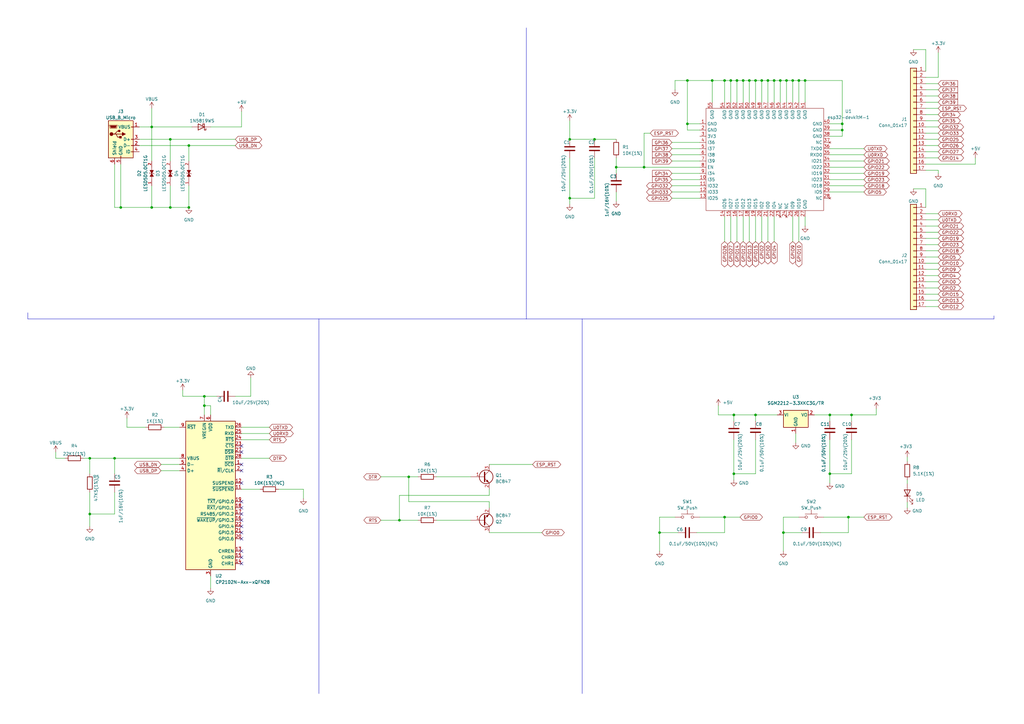
<source format=kicad_sch>
(kicad_sch (version 20230121) (generator eeschema)
  (paper "A3")
  (lib_symbols
    (symbol "Connector:USB_B_Micro" (pin_names (offset 1.016))
      (property "Reference" "J" (at -5.08 11.43 0))
      (property "Value" "USB_B_Micro" (at -5.08 8.89 0))
      (symbol "USB_B_Micro_1_1"
        (pin power_out line (at 7.62 5.08 180) (length 2.54) (name "VBUS") (number "1"))
        (pin bidirectional line (at 7.62 -2.54 180) (length 2.54) (name "D-") (number "2"))
        (pin bidirectional line (at 7.62 0 180) (length 2.54) (name "D+") (number "3"))
        (pin passive line (at 7.62 -5.08 180) (length 2.54) (name "ID") (number "4"))
        (pin power_out line (at 0 -10.16 90) (length 2.54) (name "GND") (number "5"))
        (pin passive line (at -2.54 -10.16 90) (length 2.54) (name "Shield") (number "6"))
      )
    )
    (symbol "Connector_Generic:Conn_01x17" (pin_names (offset 1.016) hide)
      (property "Reference" "J" (at 0 22.86 0))
      (property "Value" "Conn_01x17" (at 0 -22.86 0))
      (symbol "Conn_01x17_1_1"
        (pin passive line (at -5.08 20.32 0) (length 3.81) (name "Pin_1") (number "1"))
        (pin passive line (at -5.08 -2.54 0) (length 3.81) (name "Pin_10") (number "10"))
        (pin passive line (at -5.08 -5.08 0) (length 3.81) (name "Pin_11") (number "11"))
        (pin passive line (at -5.08 -7.62 0) (length 3.81) (name "Pin_12") (number "12"))
        (pin passive line (at -5.08 -10.16 0) (length 3.81) (name "Pin_13") (number "13"))
        (pin passive line (at -5.08 -12.7 0) (length 3.81) (name "Pin_14") (number "14"))
        (pin passive line (at -5.08 -15.24 0) (length 3.81) (name "Pin_15") (number "15"))
        (pin passive line (at -5.08 -17.78 0) (length 3.81) (name "Pin_16") (number "16"))
        (pin passive line (at -5.08 -20.32 0) (length 3.81) (name "Pin_17") (number "17"))
        (pin passive line (at -5.08 17.78 0) (length 3.81) (name "Pin_2") (number "2"))
        (pin passive line (at -5.08 15.24 0) (length 3.81) (name "Pin_3") (number "3"))
        (pin passive line (at -5.08 12.7 0) (length 3.81) (name "Pin_4") (number "4"))
        (pin passive line (at -5.08 10.16 0) (length 3.81) (name "Pin_5") (number "5"))
        (pin passive line (at -5.08 7.62 0) (length 3.81) (name "Pin_6") (number "6"))
        (pin passive line (at -5.08 5.08 0) (length 3.81) (name "Pin_7") (number "7"))
        (pin passive line (at -5.08 2.54 0) (length 3.81) (name "Pin_8") (number "8"))
        (pin passive line (at -5.08 0 0) (length 3.81) (name "Pin_9") (number "9"))
      )
    )
    (symbol "Device:C" (pin_numbers hide) (pin_names (offset 0.254))
      (property "Reference" "C" (at 0.635 2.54 0))
      (property "Value" "C" (at 0.635 -2.54 0))
      (symbol "C_1_1"
        (pin passive line (at 0 3.81 270) (length 2.794) (name "~") (number "1"))
        (pin passive line (at 0 -3.81 90) (length 2.794) (name "~") (number "2"))
      )
    )
    (symbol "Device:LED" (pin_numbers hide) (pin_names (offset 1.016) hide)
      (property "Reference" "D" (at 0 2.54 0))
      (property "Value" "LED" (at 0 -2.54 0))
      (symbol "LED_1_1"
        (pin passive line (at -3.81 0 0) (length 2.54) (name "K") (number "1"))
        (pin passive line (at 3.81 0 180) (length 2.54) (name "A") (number "2"))
      )
    )
    (symbol "Device:R" (pin_numbers hide) (pin_names (offset 0))
      (property "Reference" "R" (at 2.032 0 90))
      (property "Value" "R" (at 0 0 90))
      (symbol "R_1_1"
        (pin passive line (at 0 3.81 270) (length 1.27) (name "~") (number "1"))
        (pin passive line (at 0 -3.81 90) (length 1.27) (name "~") (number "2"))
      )
    )
    (symbol "Diode:1N5819WS" (pin_numbers hide) (pin_names (offset 1.016) hide)
      (property "Reference" "D" (at 0 2.54 0))
      (property "Value" "1N5819WS" (at 0 -2.54 0))
      (symbol "1N5819WS_1_1"
        (pin passive line (at -3.81 0 0) (length 2.54) (name "K") (number "1"))
        (pin passive line (at 3.81 0 180) (length 2.54) (name "A") (number "2"))
      )
    )
    (symbol "Esp32_devkitm_1:esp32-devkitM-1"
      (property "Reference" "U1" (at 0 1.016 0))
      (property "Value" "esp32-devkitM-1" (at 0 -1.524 0))
      (symbol "esp32-devkitM-1_1_1"
        (pin output line (at -26.67 15.24 0) (length 2.54) (name "GND") (number "1"))
        (pin input line (at -26.67 -7.62 0) (length 2.54) (name "I35") (number "10"))
        (pin bidirectional line (at -26.67 -10.16 0) (length 2.54) (name "IO32") (number "11"))
        (pin bidirectional line (at -26.67 -12.7 0) (length 2.54) (name "IO33") (number "12"))
        (pin bidirectional line (at -26.67 -15.24 0) (length 2.54) (name "IO25") (number "13"))
        (pin bidirectional line (at -16.51 -22.86 90) (length 2.54) (name "IO26") (number "14"))
        (pin bidirectional line (at -13.97 -22.86 90) (length 2.54) (name "IO27") (number "15"))
        (pin bidirectional line (at -11.43 -22.86 90) (length 2.54) (name "IO14") (number "16"))
        (pin bidirectional line (at -8.89 -22.86 90) (length 2.54) (name "IO12") (number "17"))
        (pin bidirectional line (at -6.35 -22.86 90) (length 2.54) (name "IO13") (number "18"))
        (pin bidirectional line (at -3.81 -22.86 90) (length 2.54) (name "IO15") (number "19"))
        (pin output line (at -26.67 12.7 0) (length 2.54) (name "GND") (number "2"))
        (pin bidirectional line (at -1.27 -22.86 90) (length 2.54) (name "IO2") (number "20"))
        (pin bidirectional line (at 1.27 -22.86 90) (length 2.54) (name "IO0") (number "21"))
        (pin bidirectional line (at 3.81 -22.86 90) (length 2.54) (name "IO4") (number "22"))
        (pin no_connect line (at 6.35 -22.86 90) (length 2.54) (name "NC") (number "23"))
        (pin no_connect line (at 8.89 -22.86 90) (length 2.54) (name "NC") (number "24"))
        (pin bidirectional line (at 11.43 -22.86 90) (length 2.54) (name "IO9") (number "25"))
        (pin bidirectional line (at 13.97 -22.86 90) (length 2.54) (name "IO10") (number "26"))
        (pin output line (at 16.51 -22.86 90) (length 2.54) (name "GND") (number "27"))
        (pin no_connect line (at 26.67 -15.24 180) (length 2.54) (name "NC") (number "28"))
        (pin bidirectional line (at 26.67 -12.7 180) (length 2.54) (name "IO5") (number "29"))
        (pin power_in line (at -26.67 10.16 0) (length 2.54) (name "3V3") (number "3"))
        (pin bidirectional line (at 26.67 -10.16 180) (length 2.54) (name "IO18") (number "30"))
        (pin bidirectional line (at 26.67 -7.62 180) (length 2.54) (name "IO23") (number "31"))
        (pin bidirectional line (at 26.67 -5.08 180) (length 2.54) (name "IO19") (number "32"))
        (pin bidirectional line (at 26.67 -2.54 180) (length 2.54) (name "IO22") (number "33"))
        (pin bidirectional line (at 26.67 0 180) (length 2.54) (name "IO21") (number "34"))
        (pin bidirectional line (at 26.67 2.54 180) (length 2.54) (name "RXD0") (number "35"))
        (pin bidirectional line (at 26.67 5.08 180) (length 2.54) (name "TXD0") (number "36"))
        (pin no_connect line (at 26.67 7.62 180) (length 2.54) (name "NC") (number "37"))
        (pin output line (at 26.67 10.16 180) (length 2.54) (name "GND") (number "38"))
        (pin output line (at 26.67 12.7 180) (length 2.54) (name "GND") (number "39"))
        (pin input line (at -26.67 7.62 0) (length 2.54) (name "I36") (number "4"))
        (pin output line (at 26.67 15.24 180) (length 2.54) (name "GND") (number "40"))
        (pin output line (at 16.51 24.13 270) (length 2.54) (name "GND") (number "41"))
        (pin output line (at 13.97 24.13 270) (length 2.54) (name "GND") (number "42"))
        (pin output line (at 11.43 24.13 270) (length 2.54) (name "GND") (number "43"))
        (pin output line (at 8.89 24.13 270) (length 2.54) (name "GND") (number "44"))
        (pin output line (at 6.35 24.13 270) (length 2.54) (name "GND") (number "45"))
        (pin output line (at 3.81 24.13 270) (length 2.54) (name "GND") (number "46"))
        (pin output line (at 1.27 24.13 270) (length 2.54) (name "GND") (number "47"))
        (pin output line (at -1.27 24.13 270) (length 2.54) (name "GND") (number "48"))
        (pin output line (at -3.81 24.13 270) (length 2.54) (name "GND") (number "49"))
        (pin input line (at -26.67 5.08 0) (length 2.54) (name "I37") (number "5"))
        (pin output line (at -6.35 24.13 270) (length 2.54) (name "GND") (number "50"))
        (pin output line (at -8.89 24.13 270) (length 2.54) (name "GND") (number "51"))
        (pin output line (at -11.43 24.13 270) (length 2.54) (name "GND") (number "52"))
        (pin output line (at -13.97 24.13 270) (length 2.54) (name "GND") (number "53"))
        (pin output line (at -16.51 24.13 270) (length 2.54) (name "GND") (number "54"))
        (pin output line (at -21.59 24.13 270) (length 2.54) (name "GND") (number "55"))
        (pin input line (at -26.67 2.54 0) (length 2.54) (name "I38") (number "6"))
        (pin input line (at -26.67 0 0) (length 2.54) (name "I39") (number "7"))
        (pin input line (at -26.67 -2.54 0) (length 2.54) (name "EN") (number "8"))
        (pin input line (at -26.67 -5.08 0) (length 2.54) (name "I34") (number "9"))
      )
    )
    (symbol "Interface_USB:CP2102N-Axx-xQFN28"
      (property "Reference" "U" (at -8.89 31.75 0))
      (property "Value" "CP2102N-Axx-xQFN28" (at 12.7 31.75 0))
      (symbol "CP2102N-Axx-xQFN28_1_1"
        (pin input line (at 12.7 12.7 180) (length 2.54) (name "~{DCD}") (number "1"))
        (pin no_connect line (at -10.16 -27.94 0) (length 2.54) hide (name "NC") (number "10"))
        (pin output line (at 12.7 2.54 180) (length 2.54) (name "~{SUSPEND}") (number "11"))
        (pin output line (at 12.7 5.08 180) (length 2.54) (name "SUSPEND") (number "12"))
        (pin output line (at 12.7 -22.86 180) (length 2.54) (name "CHREN") (number "13"))
        (pin output line (at 12.7 -27.94 180) (length 2.54) (name "CHR1") (number "14"))
        (pin output line (at 12.7 -25.4 180) (length 2.54) (name "CHR0") (number "15"))
        (pin bidirectional line (at 12.7 -10.16 180) (length 2.54) (name "~{WAKEUP}/GPIO.3") (number "16"))
        (pin bidirectional line (at 12.7 -7.62 180) (length 2.54) (name "RS485/GPIO.2") (number "17"))
        (pin bidirectional line (at 12.7 -5.08 180) (length 2.54) (name "~{RXT}/GPIO.1") (number "18"))
        (pin bidirectional line (at 12.7 -2.54 180) (length 2.54) (name "~{TXT}/GPIO.0") (number "19"))
        (pin bidirectional line (at 12.7 10.16 180) (length 2.54) (name "~{RI}/CLK") (number "2"))
        (pin bidirectional line (at 12.7 -17.78 180) (length 2.54) (name "GPIO.6") (number "20"))
        (pin bidirectional line (at 12.7 -15.24 180) (length 2.54) (name "GPIO.5") (number "21"))
        (pin bidirectional line (at 12.7 -12.7 180) (length 2.54) (name "GPIO.4") (number "22"))
        (pin input line (at 12.7 20.32 180) (length 2.54) (name "~{CTS}") (number "23"))
        (pin output line (at 12.7 22.86 180) (length 2.54) (name "~{RTS}") (number "24"))
        (pin input line (at 12.7 25.4 180) (length 2.54) (name "RXD") (number "25"))
        (pin output line (at 12.7 27.94 180) (length 2.54) (name "TXD") (number "26"))
        (pin input line (at 12.7 17.78 180) (length 2.54) (name "~{DSR}") (number "27"))
        (pin output line (at 12.7 15.24 180) (length 2.54) (name "~{DTR}") (number "28"))
        (pin passive line (at 0 -33.02 90) (length 2.54) hide (name "GND") (number "29"))
        (pin power_in line (at 0 -33.02 90) (length 2.54) (name "GND") (number "3"))
        (pin bidirectional line (at -12.7 10.16 0) (length 2.54) (name "D+") (number "4"))
        (pin bidirectional line (at -12.7 12.7 0) (length 2.54) (name "D-") (number "5"))
        (pin power_in line (at 0 33.02 270) (length 2.54) (name "VDD") (number "6"))
        (pin power_in line (at -2.54 33.02 270) (length 2.54) (name "VREGIN") (number "7"))
        (pin input line (at -12.7 15.24 0) (length 2.54) (name "VBUS") (number "8"))
        (pin input line (at -12.7 27.94 0) (length 2.54) (name "~{RST}") (number "9"))
      )
    )
    (symbol "LESD5D5.0CT1G:LESD5D5.0CT1G" (pin_names (offset 1.016))
      (property "Reference" "D" (at -5.08 2.54 0))
      (property "Value" "LESD5D5.0CT1G" (at -5.08 -5.08 0))
      (symbol "LESD5D5.0CT1G_0_0"
        (pin passive line (at -5.08 0 0) (length 2.54) (name "~") (number "1"))
        (pin passive line (at 5.08 0 180) (length 2.54) (name "~") (number "2"))
      )
    )
    (symbol "Regulator_Linear:AZ1117-3.3" (pin_names (offset 0.254))
      (property "Reference" "U" (at -3.81 3.175 0))
      (property "Value" "AZ1117-3.3" (at 0 3.175 0))
      (symbol "AZ1117-3.3_1_1"
        (pin power_in line (at 0 -7.62 90) (length 2.54) (name "GND") (number "1"))
        (pin power_out line (at 7.62 0 180) (length 2.54) (name "VO") (number "2"))
        (pin power_in line (at -7.62 0 0) (length 2.54) (name "VI") (number "3"))
      )
    )
    (symbol "Switch:SW_Push" (pin_numbers hide) (pin_names (offset 1.016) hide)
      (property "Reference" "SW" (at 1.27 2.54 0))
      (property "Value" "SW_Push" (at 0 -1.524 0))
      (symbol "SW_Push_0_1"
        (pin passive line (at -5.08 0 0) (length 2.54) (name "1") (number "1"))
        (pin passive line (at 5.08 0 180) (length 2.54) (name "2") (number "2"))
      )
    )
    (symbol "Transistor_BJT:BC847" (pin_names (offset 0) hide)
      (property "Reference" "Q" (at 5.08 1.905 0))
      (property "Value" "BC847" (at 5.08 0 0))
      (symbol "BC847_1_1"
        (pin input line (at -5.08 0 0) (length 5.715) (name "B") (number "1"))
        (pin passive line (at 2.54 -5.08 90) (length 2.54) (name "E") (number "2"))
        (pin passive line (at 2.54 5.08 270) (length 2.54) (name "C") (number "3"))
      )
    )
    (symbol "power:+3.3V" (power) (pin_names (offset 0))
      (property "Value" "+3.3V" (at 0 3.556 0))
      (symbol "+3.3V_1_1"
        (pin power_in line (at 0 0 90) (length 0) hide (name "+3.3V") (number "1"))
      )
    )
    (symbol "power:+3V3" (power) (pin_names (offset 0))
      (property "Value" "+3V3" (at 0 3.556 0))
      (symbol "+3V3_1_1"
        (pin power_in line (at 0 0 90) (length 0) hide (name "+3V3") (number "1"))
      )
    )
    (symbol "power:+5V" (power) (pin_names (offset 0))
      (property "Value" "+5V" (at 0 3.556 0))
      (symbol "+5V_1_1"
        (pin power_in line (at 0 0 90) (length 0) hide (name "+5V") (number "1"))
      )
    )
    (symbol "power:GND" (power) (pin_names (offset 0))
      (property "Value" "GND" (at 0 -3.81 0))
      (symbol "GND_1_1"
        (pin power_in line (at 0 0 270) (length 0) hide (name "GND") (number "1"))
      )
    )
    (symbol "power:VBUS" (power) (pin_names (offset 0))
      (property "Value" "VBUS" (at 0 3.81 0))
      (symbol "VBUS_1_1"
        (pin power_in line (at 0 0 90) (length 0) hide (name "VBUS") (number "1"))
      )
    )
  )
  (junction (at 312.42 33.02))
  (junction (at 292.1 33.02))
  (junction (at 83.82 162.56))
  (junction (at 233.68 57.15))
  (junction (at 345.44 53.34))
  (junction (at 300.99 194.31))
  (junction (at 317.5 33.02))
  (junction (at 243.84 57.15))
  (junction (at 299.72 33.02))
  (junction (at 83.82 166.37))
  (junction (at 314.96 33.02))
  (junction (at 49.53 85.09))
  (junction (at 252.73 68.58))
  (junction (at 167.64 195.58))
  (junction (at 340.36 170.18))
  (junction (at 304.8 33.02))
  (junction (at 36.83 187.96))
  (junction (at 233.68 81.28))
  (junction (at 270.51 218.44))
  (junction (at 309.88 33.02))
  (junction (at 264.16 68.58))
  (junction (at 320.04 33.02))
  (junction (at 300.99 170.18))
  (junction (at 321.31 218.44))
  (junction (at 297.18 212.09))
  (junction (at 36.83 210.82))
  (junction (at 163.83 213.36))
  (junction (at 297.18 33.02))
  (junction (at 77.47 85.09))
  (junction (at 345.44 50.8))
  (junction (at 69.85 85.09))
  (junction (at 322.58 33.02))
  (junction (at 62.23 85.09))
  (junction (at 340.36 194.31))
  (junction (at 307.34 33.02))
  (junction (at 302.26 33.02))
  (junction (at 281.94 50.8))
  (junction (at 349.25 170.18))
  (junction (at 62.23 52.07))
  (junction (at 325.12 33.02))
  (junction (at 327.66 33.02))
  (junction (at 281.94 33.02))
  (junction (at 309.88 170.18))
  (junction (at 347.98 212.09))
  (junction (at 69.85 57.15))
  (junction (at 46.99 187.96))
  (junction (at 330.2 33.02))
  (junction (at 77.47 59.69))
  (no_connect (at 99.06 210.82))
  (no_connect (at 99.06 190.5))
  (no_connect (at 99.06 198.12))
  (no_connect (at 99.06 228.6))
  (no_connect (at 99.06 208.28))
  (no_connect (at 99.06 193.04))
  (no_connect (at 99.06 182.88))
  (no_connect (at 99.06 231.14))
  (no_connect (at 99.06 226.06))
  (no_connect (at 99.06 185.42))
  (no_connect (at 99.06 215.9))
  (no_connect (at 99.06 213.36))
  (no_connect (at 99.06 218.44))
  (no_connect (at 99.06 220.98))
  (no_connect (at 99.06 205.74))
  (wire (pts (xy 264.16 54.61) (xy 264.16 68.58)))
  (wire (pts (xy 379.73 57.15) (xy 384.81 57.15)))
  (wire (pts (xy 36.83 187.96) (xy 36.83 194.31)))
  (wire (pts (xy 340.36 172.72) (xy 340.36 170.18)))
  (wire (pts (xy 77.47 59.69) (xy 77.47 66.04)))
  (wire (pts (xy 349.25 170.18) (xy 359.41 170.18)))
  (wire (pts (xy 36.83 210.82) (xy 36.83 215.9)))
  (wire (pts (xy 294.64 170.18) (xy 300.99 170.18)))
  (wire (pts (xy 300.99 194.31) (xy 300.99 196.85)))
  (wire (pts (xy 275.59 63.5) (xy 287.02 63.5)))
  (wire (pts (xy 374.65 77.47) (xy 379.73 77.47)))
  (wire (pts (xy 320.04 33.02) (xy 320.04 41.91)))
  (wire (pts (xy 297.18 212.09) (xy 303.53 212.09)))
  (wire (pts (xy 384.81 71.12) (xy 384.81 69.85)))
  (wire (pts (xy 347.98 218.44) (xy 347.98 212.09)))
  (wire (pts (xy 77.47 59.69) (xy 96.52 59.69)))
  (wire (pts (xy 340.36 76.2) (xy 354.33 76.2)))
  (wire (pts (xy 99.06 180.34) (xy 110.49 180.34)))
  (wire (pts (xy 99.06 200.66) (xy 106.68 200.66)))
  (wire (pts (xy 36.83 201.93) (xy 36.83 210.82)))
  (wire (pts (xy 124.46 200.66) (xy 114.3 200.66)))
  (wire (pts (xy 307.34 88.9) (xy 307.34 99.06)))
  (wire (pts (xy 57.15 59.69) (xy 77.47 59.69)))
  (wire (pts (xy 379.73 69.85) (xy 384.81 69.85)))
  (wire (pts (xy 379.73 34.29) (xy 384.81 34.29)))
  (wire (pts (xy 34.29 187.96) (xy 36.83 187.96)))
  (wire (pts (xy 379.73 29.21) (xy 379.73 20.32)))
  (wire (pts (xy 99.06 52.07) (xy 86.36 52.07)))
  (wire (pts (xy 379.73 77.47) (xy 379.73 85.09)))
  (polyline (pts (xy 215.9 130.81) (xy 407.67 130.81)))
  (wire (pts (xy 99.06 175.26) (xy 110.49 175.26)))
  (wire (pts (xy 233.68 57.15) (xy 243.84 57.15)))
  (wire (pts (xy 379.73 92.71) (xy 384.81 92.71)))
  (wire (pts (xy 52.07 171.45) (xy 52.07 175.26)))
  (wire (pts (xy 340.36 66.04) (xy 354.33 66.04)))
  (wire (pts (xy 400.05 67.31) (xy 379.73 67.31)))
  (wire (pts (xy 320.04 33.02) (xy 322.58 33.02)))
  (wire (pts (xy 49.53 67.31) (xy 49.53 85.09)))
  (wire (pts (xy 379.73 95.25) (xy 384.81 95.25)))
  (wire (pts (xy 275.59 71.12) (xy 287.02 71.12)))
  (polyline (pts (xy 215.9 11.43) (xy 215.9 130.81)))
  (wire (pts (xy 340.36 60.96) (xy 354.33 60.96)))
  (wire (pts (xy 74.93 162.56) (xy 83.82 162.56)))
  (wire (pts (xy 340.36 50.8) (xy 345.44 50.8)))
  (wire (pts (xy 233.68 81.28) (xy 233.68 83.82)))
  (wire (pts (xy 86.36 166.37) (xy 83.82 166.37)))
  (wire (pts (xy 57.15 57.15) (xy 69.85 57.15)))
  (wire (pts (xy 86.36 170.18) (xy 86.36 166.37)))
  (wire (pts (xy 322.58 33.02) (xy 325.12 33.02)))
  (wire (pts (xy 309.88 194.31) (xy 300.99 194.31)))
  (wire (pts (xy 330.2 41.91) (xy 330.2 33.02)))
  (wire (pts (xy 302.26 33.02) (xy 302.26 41.91)))
  (wire (pts (xy 309.88 33.02) (xy 309.88 41.91)))
  (wire (pts (xy 52.07 175.26) (xy 59.69 175.26)))
  (wire (pts (xy 270.51 218.44) (xy 278.13 218.44)))
  (wire (pts (xy 22.86 185.42) (xy 22.86 187.96)))
  (wire (pts (xy 304.8 88.9) (xy 304.8 99.06)))
  (wire (pts (xy 340.36 73.66) (xy 354.33 73.66)))
  (wire (pts (xy 287.02 212.09) (xy 297.18 212.09)))
  (wire (pts (xy 314.96 33.02) (xy 314.96 41.91)))
  (wire (pts (xy 340.36 170.18) (xy 349.25 170.18)))
  (wire (pts (xy 243.84 81.28) (xy 233.68 81.28)))
  (wire (pts (xy 317.5 88.9) (xy 317.5 99.06)))
  (wire (pts (xy 325.12 88.9) (xy 325.12 99.06)))
  (wire (pts (xy 156.21 213.36) (xy 163.83 213.36)))
  (wire (pts (xy 340.36 63.5) (xy 354.33 63.5)))
  (wire (pts (xy 83.82 166.37) (xy 83.82 170.18)))
  (wire (pts (xy 327.66 33.02) (xy 330.2 33.02)))
  (wire (pts (xy 292.1 41.91) (xy 292.1 33.02)))
  (wire (pts (xy 200.66 205.74) (xy 200.66 208.28)))
  (wire (pts (xy 167.64 205.74) (xy 167.64 195.58)))
  (wire (pts (xy 275.59 66.04) (xy 287.02 66.04)))
  (polyline (pts (xy 238.76 130.81) (xy 238.76 284.48)))
  (wire (pts (xy 275.59 78.74) (xy 287.02 78.74)))
  (wire (pts (xy 300.99 170.18) (xy 309.88 170.18)))
  (wire (pts (xy 340.36 71.12) (xy 354.33 71.12)))
  (wire (pts (xy 69.85 85.09) (xy 77.47 85.09)))
  (wire (pts (xy 379.73 46.99) (xy 384.81 46.99)))
  (polyline (pts (xy 11.43 128.27) (xy 11.43 130.81)))
  (wire (pts (xy 281.94 50.8) (xy 281.94 33.02)))
  (wire (pts (xy 69.85 57.15) (xy 96.52 57.15)))
  (wire (pts (xy 69.85 76.2) (xy 69.85 85.09)))
  (wire (pts (xy 243.84 64.77) (xy 243.84 81.28)))
  (wire (pts (xy 312.42 33.02) (xy 314.96 33.02)))
  (wire (pts (xy 345.44 50.8) (xy 345.44 33.02)))
  (wire (pts (xy 379.73 105.41) (xy 384.81 105.41)))
  (wire (pts (xy 36.83 187.96) (xy 46.99 187.96)))
  (wire (pts (xy 379.73 118.11) (xy 384.81 118.11)))
  (wire (pts (xy 252.73 68.58) (xy 264.16 68.58)))
  (wire (pts (xy 46.99 67.31) (xy 46.99 85.09)))
  (wire (pts (xy 62.23 52.07) (xy 62.23 66.04)))
  (wire (pts (xy 379.73 100.33) (xy 384.81 100.33)))
  (wire (pts (xy 321.31 218.44) (xy 321.31 226.06)))
  (wire (pts (xy 294.64 166.37) (xy 294.64 170.18)))
  (wire (pts (xy 46.99 187.96) (xy 73.66 187.96)))
  (wire (pts (xy 321.31 218.44) (xy 328.93 218.44)))
  (wire (pts (xy 330.2 33.02) (xy 345.44 33.02)))
  (wire (pts (xy 222.25 218.44) (xy 200.66 218.44)))
  (wire (pts (xy 379.73 62.23) (xy 384.81 62.23)))
  (wire (pts (xy 309.88 33.02) (xy 312.42 33.02)))
  (wire (pts (xy 275.59 81.28) (xy 287.02 81.28)))
  (wire (pts (xy 336.55 218.44) (xy 347.98 218.44)))
  (wire (pts (xy 309.88 180.34) (xy 309.88 194.31)))
  (wire (pts (xy 62.23 44.45) (xy 62.23 52.07)))
  (wire (pts (xy 314.96 33.02) (xy 317.5 33.02)))
  (wire (pts (xy 86.36 236.22) (xy 86.36 241.3)))
  (wire (pts (xy 266.7 54.61) (xy 264.16 54.61)))
  (wire (pts (xy 46.99 210.82) (xy 36.83 210.82)))
  (wire (pts (xy 46.99 187.96) (xy 46.99 194.31)))
  (wire (pts (xy 287.02 53.34) (xy 281.94 53.34)))
  (wire (pts (xy 218.44 190.5) (xy 200.66 190.5)))
  (wire (pts (xy 312.42 88.9) (xy 312.42 99.06)))
  (polyline (pts (xy 215.9 130.81) (xy 11.43 130.81)))
  (wire (pts (xy 243.84 57.15) (xy 252.73 57.15)))
  (wire (pts (xy 297.18 33.02) (xy 297.18 41.91)))
  (wire (pts (xy 379.73 90.17) (xy 384.81 90.17)))
  (wire (pts (xy 46.99 201.93) (xy 46.99 210.82)))
  (wire (pts (xy 200.66 205.74) (xy 167.64 205.74)))
  (wire (pts (xy 309.88 170.18) (xy 318.77 170.18)))
  (wire (pts (xy 179.07 195.58) (xy 193.04 195.58)))
  (wire (pts (xy 57.15 52.07) (xy 62.23 52.07)))
  (polyline (pts (xy 130.81 130.81) (xy 130.81 284.48)))
  (wire (pts (xy 325.12 33.02) (xy 325.12 41.91)))
  (wire (pts (xy 330.2 88.9) (xy 330.2 92.71)))
  (wire (pts (xy 337.82 212.09) (xy 347.98 212.09)))
  (wire (pts (xy 163.83 213.36) (xy 163.83 203.2)))
  (wire (pts (xy 22.86 187.96) (xy 26.67 187.96)))
  (wire (pts (xy 349.25 170.18) (xy 349.25 172.72)))
  (wire (pts (xy 307.34 33.02) (xy 309.88 33.02)))
  (wire (pts (xy 379.73 115.57) (xy 384.81 115.57)))
  (wire (pts (xy 102.87 162.56) (xy 96.52 162.56)))
  (wire (pts (xy 264.16 68.58) (xy 287.02 68.58)))
  (wire (pts (xy 62.23 85.09) (xy 69.85 85.09)))
  (wire (pts (xy 46.99 85.09) (xy 49.53 85.09)))
  (wire (pts (xy 299.72 33.02) (xy 302.26 33.02)))
  (wire (pts (xy 302.26 88.9) (xy 302.26 99.06)))
  (wire (pts (xy 163.83 213.36) (xy 171.45 213.36)))
  (wire (pts (xy 327.66 41.91) (xy 327.66 33.02)))
  (wire (pts (xy 285.75 218.44) (xy 297.18 218.44)))
  (wire (pts (xy 297.18 33.02) (xy 299.72 33.02)))
  (wire (pts (xy 275.59 60.96) (xy 287.02 60.96)))
  (wire (pts (xy 66.04 193.04) (xy 73.66 193.04)))
  (wire (pts (xy 400.05 64.77) (xy 400.05 67.31)))
  (wire (pts (xy 340.36 68.58) (xy 354.33 68.58)))
  (wire (pts (xy 340.36 55.88) (xy 345.44 55.88)))
  (wire (pts (xy 252.73 64.77) (xy 252.73 68.58)))
  (wire (pts (xy 99.06 45.72) (xy 99.06 52.07)))
  (wire (pts (xy 83.82 162.56) (xy 88.9 162.56)))
  (wire (pts (xy 379.73 102.87) (xy 384.81 102.87)))
  (wire (pts (xy 77.47 76.2) (xy 77.47 85.09)))
  (wire (pts (xy 379.73 123.19) (xy 384.81 123.19)))
  (wire (pts (xy 156.21 195.58) (xy 167.64 195.58)))
  (wire (pts (xy 163.83 203.2) (xy 200.66 203.2)))
  (wire (pts (xy 340.36 53.34) (xy 345.44 53.34)))
  (wire (pts (xy 179.07 213.36) (xy 193.04 213.36)))
  (wire (pts (xy 322.58 33.02) (xy 322.58 41.91)))
  (wire (pts (xy 379.73 107.95) (xy 384.81 107.95)))
  (wire (pts (xy 379.73 41.91) (xy 384.81 41.91)))
  (wire (pts (xy 270.51 212.09) (xy 270.51 218.44)))
  (wire (pts (xy 340.36 180.34) (xy 340.36 194.31)))
  (wire (pts (xy 233.68 64.77) (xy 233.68 81.28)))
  (wire (pts (xy 309.88 170.18) (xy 309.88 172.72)))
  (wire (pts (xy 252.73 68.58) (xy 252.73 71.12)))
  (wire (pts (xy 359.41 167.64) (xy 359.41 170.18)))
  (polyline (pts (xy 407.67 129.54) (xy 407.67 130.81)))
  (wire (pts (xy 252.73 78.74) (xy 252.73 82.55)))
  (wire (pts (xy 379.73 54.61) (xy 384.81 54.61)))
  (wire (pts (xy 300.99 170.18) (xy 300.99 172.72)))
  (wire (pts (xy 307.34 41.91) (xy 307.34 33.02)))
  (wire (pts (xy 102.87 154.94) (xy 102.87 162.56)))
  (wire (pts (xy 297.18 88.9) (xy 297.18 99.06)))
  (wire (pts (xy 83.82 162.56) (xy 83.82 166.37)))
  (wire (pts (xy 314.96 88.9) (xy 314.96 99.06)))
  (wire (pts (xy 340.36 78.74) (xy 354.33 78.74)))
  (wire (pts (xy 167.64 195.58) (xy 171.45 195.58)))
  (wire (pts (xy 349.25 180.34) (xy 349.25 194.31)))
  (wire (pts (xy 299.72 88.9) (xy 299.72 99.06)))
  (wire (pts (xy 124.46 204.47) (xy 124.46 200.66)))
  (wire (pts (xy 281.94 33.02) (xy 276.86 33.02)))
  (wire (pts (xy 276.86 33.02) (xy 276.86 36.83)))
  (wire (pts (xy 270.51 218.44) (xy 270.51 226.06)))
  (wire (pts (xy 379.73 125.73) (xy 384.81 125.73)))
  (wire (pts (xy 379.73 49.53) (xy 384.81 49.53)))
  (wire (pts (xy 292.1 33.02) (xy 297.18 33.02)))
  (wire (pts (xy 326.39 177.8) (xy 326.39 181.61)))
  (wire (pts (xy 309.88 88.9) (xy 309.88 99.06)))
  (wire (pts (xy 327.66 212.09) (xy 321.31 212.09)))
  (wire (pts (xy 379.73 120.65) (xy 384.81 120.65)))
  (wire (pts (xy 379.73 52.07) (xy 384.81 52.07)))
  (wire (pts (xy 345.44 55.88) (xy 345.44 53.34)))
  (wire (pts (xy 297.18 218.44) (xy 297.18 212.09)))
  (wire (pts (xy 379.73 113.03) (xy 384.81 113.03)))
  (wire (pts (xy 321.31 212.09) (xy 321.31 218.44)))
  (wire (pts (xy 304.8 33.02) (xy 304.8 41.91)))
  (wire (pts (xy 99.06 187.96) (xy 110.49 187.96)))
  (wire (pts (xy 372.11 196.85) (xy 372.11 198.374)))
  (wire (pts (xy 379.73 39.37) (xy 384.81 39.37)))
  (wire (pts (xy 325.12 33.02) (xy 327.66 33.02)))
  (wire (pts (xy 384.81 21.59) (xy 384.81 31.75)))
  (wire (pts (xy 281.94 53.34) (xy 281.94 50.8)))
  (wire (pts (xy 312.42 33.02) (xy 312.42 41.91)))
  (wire (pts (xy 379.73 97.79) (xy 384.81 97.79)))
  (wire (pts (xy 379.73 59.69) (xy 384.81 59.69)))
  (wire (pts (xy 67.31 175.26) (xy 73.66 175.26)))
  (wire (pts (xy 379.73 110.49) (xy 384.81 110.49)))
  (wire (pts (xy 200.66 203.2) (xy 200.66 200.66)))
  (wire (pts (xy 275.59 58.42) (xy 287.02 58.42)))
  (wire (pts (xy 62.23 76.2) (xy 62.23 85.09)))
  (wire (pts (xy 340.36 194.31) (xy 340.36 198.12)))
  (wire (pts (xy 304.8 33.02) (xy 307.34 33.02)))
  (wire (pts (xy 233.68 49.53) (xy 233.68 57.15)))
  (wire (pts (xy 384.81 31.75) (xy 379.73 31.75)))
  (wire (pts (xy 327.66 88.9) (xy 327.66 99.06)))
  (wire (pts (xy 49.53 85.09) (xy 62.23 85.09)))
  (wire (pts (xy 317.5 33.02) (xy 320.04 33.02)))
  (wire (pts (xy 379.73 20.32) (xy 374.65 20.32)))
  (wire (pts (xy 66.04 190.5) (xy 73.66 190.5)))
  (wire (pts (xy 69.85 57.15) (xy 69.85 66.04)))
  (wire (pts (xy 276.86 212.09) (xy 270.51 212.09)))
  (wire (pts (xy 281.94 33.02) (xy 292.1 33.02)))
  (wire (pts (xy 300.99 180.34) (xy 300.99 194.31)))
  (wire (pts (xy 379.73 36.83) (xy 384.81 36.83)))
  (wire (pts (xy 317.5 33.02) (xy 317.5 41.91)))
  (wire (pts (xy 379.73 44.45) (xy 384.81 44.45)))
  (wire (pts (xy 372.11 205.994) (xy 372.11 208.28)))
  (wire (pts (xy 281.94 50.8) (xy 287.02 50.8)))
  (wire (pts (xy 62.23 52.07) (xy 78.74 52.07)))
  (wire (pts (xy 275.59 73.66) (xy 287.02 73.66)))
  (wire (pts (xy 345.44 53.34) (xy 345.44 50.8)))
  (wire (pts (xy 299.72 33.02) (xy 299.72 41.91)))
  (wire (pts (xy 379.73 87.63) (xy 384.81 87.63)))
  (wire (pts (xy 379.73 64.77) (xy 384.81 64.77)))
  (wire (pts (xy 334.01 170.18) (xy 340.36 170.18)))
  (wire (pts (xy 74.93 160.02) (xy 74.93 162.56)))
  (wire (pts (xy 99.06 177.8) (xy 110.49 177.8)))
  (wire (pts (xy 340.36 194.31) (xy 349.25 194.31)))
  (wire (pts (xy 372.11 187.452) (xy 372.11 189.23)))
  (wire (pts (xy 302.26 33.02) (xy 304.8 33.02)))
  (wire (pts (xy 275.59 76.2) (xy 287.02 76.2)))
  (wire (pts (xy 347.98 212.09) (xy 354.33 212.09)))
  (global_label "GPIO23" (shape bidirectional) (at 354.33 73.66 0) (property "Intersheetrefs" "${INTERSHEET_REFS}" (effects hide)))
  (global_label "GPIO4" (shape bidirectional) (at 317.5 99.06 270) (property "Intersheetrefs" "${INTERSHEET_REFS}" (effects hide)))
  (global_label "GPI39" (shape input) (at 275.59 66.04 180) (property "Intersheetrefs" "${INTERSHEET_REFS}" (effects hide)))
  (global_label "RTS" (shape bidirectional) (at 156.21 213.36 180) (property "Intersheetrefs" "${INTERSHEET_REFS}" (effects hide)))
  (global_label "GPIO0" (shape bidirectional) (at 314.96 99.06 270) (property "Intersheetrefs" "${INTERSHEET_REFS}" (effects hide)))
  (global_label "GPIO13" (shape bidirectional) (at 307.34 99.06 270) (property "Intersheetrefs" "${INTERSHEET_REFS}" (effects hide)))
  (global_label "RTS" (shape bidirectional) (at 110.49 180.34 0) (property "Intersheetrefs" "${INTERSHEET_REFS}" (effects hide)))
  (global_label "GPIO21" (shape bidirectional) (at 384.81 92.71 0) (property "Intersheetrefs" "${INTERSHEET_REFS}" (effects hide)))
  (global_label "U0RXD" (shape bidirectional) (at 110.49 177.8 0) (property "Intersheetrefs" "${INTERSHEET_REFS}" (effects hide)))
  (global_label "GPIO32" (shape bidirectional) (at 275.59 76.2 180) (property "Intersheetrefs" "${INTERSHEET_REFS}" (effects hide)))
  (global_label "U0TXD" (shape bidirectional) (at 384.81 90.17 0) (property "Intersheetrefs" "${INTERSHEET_REFS}" (effects hide)))
  (global_label "GPIO4" (shape bidirectional) (at 384.81 113.03 0) (property "Intersheetrefs" "${INTERSHEET_REFS}" (effects hide)))
  (global_label "U0TXD" (shape bidirectional) (at 354.33 60.96 0) (property "Intersheetrefs" "${INTERSHEET_REFS}" (effects hide)))
  (global_label "ESP_RST" (shape bidirectional) (at 354.33 212.09 0) (property "Intersheetrefs" "${INTERSHEET_REFS}" (effects hide)))
  (global_label "USB_DN" (shape bidirectional) (at 96.52 59.69 0) (property "Intersheetrefs" "${INTERSHEET_REFS}" (effects hide)))
  (global_label "DTR" (shape bidirectional) (at 110.49 187.96 0) (property "Intersheetrefs" "${INTERSHEET_REFS}" (effects hide)))
  (global_label "GPIO5" (shape bidirectional) (at 354.33 78.74 0) (property "Intersheetrefs" "${INTERSHEET_REFS}" (effects hide)))
  (global_label "GPI34" (shape bidirectional) (at 384.81 46.99 0) (property "Intersheetrefs" "${INTERSHEET_REFS}" (effects hide)))
  (global_label "GPIO33" (shape bidirectional) (at 275.59 78.74 180) (property "Intersheetrefs" "${INTERSHEET_REFS}" (effects hide)))
  (global_label "GPIO12" (shape bidirectional) (at 384.81 125.73 0) (property "Intersheetrefs" "${INTERSHEET_REFS}" (effects hide)))
  (global_label "GPIO15" (shape bidirectional) (at 309.88 99.06 270) (property "Intersheetrefs" "${INTERSHEET_REFS}" (effects hide)))
  (global_label "GPIO10" (shape bidirectional) (at 384.81 107.95 0) (property "Intersheetrefs" "${INTERSHEET_REFS}" (effects hide)))
  (global_label "DTR" (shape bidirectional) (at 156.21 195.58 180) (property "Intersheetrefs" "${INTERSHEET_REFS}" (effects hide)))
  (global_label "GPI37" (shape input) (at 275.59 60.96 180) (property "Intersheetrefs" "${INTERSHEET_REFS}" (effects hide)))
  (global_label "USB_DP" (shape bidirectional) (at 66.04 193.04 180) (property "Intersheetrefs" "${INTERSHEET_REFS}" (effects hide)))
  (global_label "GPI37" (shape input) (at 384.81 36.83 0) (property "Intersheetrefs" "${INTERSHEET_REFS}" (effects hide)))
  (global_label "GPI36" (shape input) (at 384.81 34.29 0) (property "Intersheetrefs" "${INTERSHEET_REFS}" (effects hide)))
  (global_label "GPIO12" (shape bidirectional) (at 304.8 99.06 270) (property "Intersheetrefs" "${INTERSHEET_REFS}" (effects hide)))
  (global_label "GPIO25" (shape bidirectional) (at 384.81 57.15 0) (property "Intersheetrefs" "${INTERSHEET_REFS}" (effects hide)))
  (global_label "USB_DP" (shape bidirectional) (at 96.52 57.15 0) (property "Intersheetrefs" "${INTERSHEET_REFS}" (effects hide)))
  (global_label "GPIO22" (shape bidirectional) (at 384.81 95.25 0) (property "Intersheetrefs" "${INTERSHEET_REFS}" (effects hide)))
  (global_label "GPIO27" (shape bidirectional) (at 299.72 99.06 270) (property "Intersheetrefs" "${INTERSHEET_REFS}" (effects hide)))
  (global_label "GPI34" (shape input) (at 275.59 71.12 180) (property "Intersheetrefs" "${INTERSHEET_REFS}" (effects hide)))
  (global_label "GPI38" (shape input) (at 275.59 63.5 180) (property "Intersheetrefs" "${INTERSHEET_REFS}" (effects hide)))
  (global_label "ESP_RST" (shape bidirectional) (at 218.44 190.5 0) (property "Intersheetrefs" "${INTERSHEET_REFS}" (effects hide)))
  (global_label "GPIO25" (shape bidirectional) (at 275.59 81.28 180) (property "Intersheetrefs" "${INTERSHEET_REFS}" (effects hide)))
  (global_label "GPIO22" (shape bidirectional) (at 354.33 68.58 0) (property "Intersheetrefs" "${INTERSHEET_REFS}" (effects hide)))
  (global_label "GPIO18" (shape bidirectional) (at 384.81 102.87 0) (property "Intersheetrefs" "${INTERSHEET_REFS}" (effects hide)))
  (global_label "GPIO33" (shape bidirectional) (at 384.81 54.61 0) (property "Intersheetrefs" "${INTERSHEET_REFS}" (effects hide)))
  (global_label "GPIO9" (shape bidirectional) (at 384.81 110.49 0) (property "Intersheetrefs" "${INTERSHEET_REFS}" (effects hide)))
  (global_label "GPIO2" (shape bidirectional) (at 384.81 118.11 0) (property "Intersheetrefs" "${INTERSHEET_REFS}" (effects hide)))
  (global_label "GPIO26" (shape bidirectional) (at 384.81 59.69 0) (property "Intersheetrefs" "${INTERSHEET_REFS}" (effects hide)))
  (global_label "GPIO2" (shape bidirectional) (at 312.42 99.06 270) (property "Intersheetrefs" "${INTERSHEET_REFS}" (effects hide)))
  (global_label "GPIO21" (shape bidirectional) (at 354.33 66.04 0) (property "Intersheetrefs" "${INTERSHEET_REFS}" (effects hide)))
  (global_label "GPIO0" (shape bidirectional) (at 222.25 218.44 0) (property "Intersheetrefs" "${INTERSHEET_REFS}" (effects hide)))
  (global_label "GPI35" (shape input) (at 275.59 73.66 180) (property "Intersheetrefs" "${INTERSHEET_REFS}" (effects hide)))
  (global_label "GPIO18" (shape bidirectional) (at 354.33 76.2 0) (property "Intersheetrefs" "${INTERSHEET_REFS}" (effects hide)))
  (global_label "GPIO32" (shape bidirectional) (at 384.81 52.07 0) (property "Intersheetrefs" "${INTERSHEET_REFS}" (effects hide)))
  (global_label "U0RXD" (shape bidirectional) (at 384.81 87.63 0) (property "Intersheetrefs" "${INTERSHEET_REFS}" (effects hide)))
  (global_label "USB_DN" (shape bidirectional) (at 66.04 190.5 180) (property "Intersheetrefs" "${INTERSHEET_REFS}" (effects hide)))
  (global_label "GPI35" (shape bidirectional) (at 384.81 49.53 0) (property "Intersheetrefs" "${INTERSHEET_REFS}" (effects hide)))
  (global_label "GPIO23" (shape bidirectional) (at 384.81 100.33 0) (property "Intersheetrefs" "${INTERSHEET_REFS}" (effects hide)))
  (global_label "GPIO26" (shape bidirectional) (at 297.18 99.06 270) (property "Intersheetrefs" "${INTERSHEET_REFS}" (effects hide)))
  (global_label "GPIO14" (shape bidirectional) (at 302.26 99.06 270) (property "Intersheetrefs" "${INTERSHEET_REFS}" (effects hide)))
  (global_label "GPIO9" (shape bidirectional) (at 325.12 99.06 270) (property "Intersheetrefs" "${INTERSHEET_REFS}" (effects hide)))
  (global_label "GPI36" (shape input) (at 275.59 58.42 180) (property "Intersheetrefs" "${INTERSHEET_REFS}" (effects hide)))
  (global_label "U0RXD" (shape bidirectional) (at 354.33 63.5 0) (property "Intersheetrefs" "${INTERSHEET_REFS}" (effects hide)))
  (global_label "GPIO19" (shape bidirectional) (at 354.33 71.12 0) (property "Intersheetrefs" "${INTERSHEET_REFS}" (effects hide)))
  (global_label "GPIO13" (shape bidirectional) (at 384.81 123.19 0) (property "Intersheetrefs" "${INTERSHEET_REFS}" (effects hide)))
  (global_label "GPIO10" (shape bidirectional) (at 327.66 99.06 270) (property "Intersheetrefs" "${INTERSHEET_REFS}" (effects hide)))
  (global_label "GPIO27" (shape bidirectional) (at 384.81 62.23 0) (property "Intersheetrefs" "${INTERSHEET_REFS}" (effects hide)))
  (global_label "U0TXD" (shape bidirectional) (at 110.49 175.26 0) (property "Intersheetrefs" "${INTERSHEET_REFS}" (effects hide)))
  (global_label "ESP_RST" (shape bidirectional) (at 266.7 54.61 0) (property "Intersheetrefs" "${INTERSHEET_REFS}" (effects hide)))
  (global_label "GPIO15" (shape bidirectional) (at 384.81 120.65 0) (property "Intersheetrefs" "${INTERSHEET_REFS}" (effects hide)))
  (global_label "GPI38" (shape input) (at 384.81 39.37 0) (property "Intersheetrefs" "${INTERSHEET_REFS}" (effects hide)))
  (global_label "GPIO14" (shape bidirectional) (at 384.81 64.77 0) (property "Intersheetrefs" "${INTERSHEET_REFS}" (effects hide)))
  (global_label "ESP_RST" (shape bidirectional) (at 384.81 44.45 0) (property "Intersheetrefs" "${INTERSHEET_REFS}" (effects hide)))
  (global_label "GPIO19" (shape bidirectional) (at 384.81 97.79 0) (property "Intersheetrefs" "${INTERSHEET_REFS}" (effects hide)))
  (global_label "GPIO5" (shape bidirectional) (at 384.81 105.41 0) (property "Intersheetrefs" "${INTERSHEET_REFS}" (effects hide)))
  (global_label "GPIO0" (shape bidirectional) (at 303.53 212.09 0) (property "Intersheetrefs" "${INTERSHEET_REFS}" (effects hide)))
  (global_label "GPI39" (shape input) (at 384.81 41.91 0) (property "Intersheetrefs" "${INTERSHEET_REFS}" (effects hide)))
  (global_label "GPIO0" (shape bidirectional) (at 384.81 115.57 0) (property "Intersheetrefs" "${INTERSHEET_REFS}" (effects hide)))
  (symbol (lib_id "power:+5V") (at 99.06 45.72 0) (unit 1)
    (property "Reference" "#PWR012" (effects hide))
    (property "Value" "+5V" (at 99.06 41.91 0))
  )
  (symbol (lib_id "power:GND") (at 252.73 82.55 0) (unit 1)
    (property "Reference" "#PWR03" (effects hide))
    (property "Value" "GND" (at 252.73 87.63 0))
  )
  (symbol (lib_id "Device:C") (at 340.36 176.53 0) (mirror y) (unit 1)
    (property "Reference" "C11" (at 340.36 173.99 0) (effects (justify left)))
    (property "Value" "0.1uF/50V(10%)" (at 337.82 177.8 90) (effects (justify right)))
    (property "Footprint" "Capacitor_SMD:C_0805_2012Metric" (effects hide))
  )
  (symbol (lib_id "power:GND") (at 102.87 154.94 180) (unit 1)
    (property "Reference" "#PWR018" (effects hide))
    (property "Value" "GND" (at 102.87 151.13 0))
  )
  (symbol (lib_id "power:VBUS") (at 62.23 44.45 0) (unit 1)
    (property "Reference" "#PWR013" (effects hide))
    (property "Value" "VBUS" (at 62.23 40.64 0))
  )
  (symbol (lib_id "Diode:1N5819WS") (at 82.55 52.07 180) (unit 1)
    (property "Reference" "D1" (at 82.8675 46.99 0))
    (property "Value" "1N5819WS" (at 82.8675 49.53 0))
    (property "Footprint" "Diode_SMD:D_SOD-323" (effects hide))
    (property "Datasheet" "https://datasheet.lcsc.com/lcsc/2204281430_Guangdong-Hottech-1N5819WS_C191023.pdf" (effects hide))
  )
  (symbol (lib_id "Regulator_Linear:AZ1117-3.3") (at 326.39 170.18 0) (unit 1)
    (property "Reference" "U3" (at 326.39 162.814 0))
    (property "Value" "SGM2212-3.3XKC3G/TR" (at 326.39 165.354 0))
    (property "Footprint" "Package_TO_SOT_SMD:SOT-23" (effects hide))
    (property "Datasheet" "https://www.diodes.com/assets/Datasheets/AZ1117.pdf" (effects hide))
  )
  (symbol (lib_id "power:+3.3V") (at 74.93 160.02 0) (unit 1)
    (property "Reference" "#PWR016" (effects hide))
    (property "Value" "+3.3V" (at 74.93 156.21 0))
  )
  (symbol (lib_id "power:GND") (at 276.86 36.83 0) (unit 1)
    (property "Reference" "#PWR01" (effects hide))
    (property "Value" "GND" (at 276.86 41.91 0))
  )
  (symbol (lib_id "Switch:SW_Push") (at 281.94 212.09 0) (unit 1)
    (property "Reference" "SW1" (at 281.94 205.74 0))
    (property "Value" "SW_Push" (at 281.94 208.28 0))
    (property "Footprint" "Button_Switch_SMD:SW_SPST_PTS810" (effects hide))
  )
  (symbol (lib_id "Device:LED") (at 372.11 202.184 90) (unit 1)
    (property "Reference" "D5" (at 375.666 202.5014 90) (effects (justify right)))
    (property "Value" "LED" (at 375.666 205.0414 90) (effects (justify right)))
    (property "Footprint" "LED_SMD:LED_0805_2012Metric" (effects hide))
  )
  (symbol (lib_id "Device:C") (at 233.68 60.96 0) (unit 1)
    (property "Reference" "C1" (at 231.14 58.42 0) (effects (justify left)))
    (property "Value" "10uF/25V(20%)" (at 231.14 63.5 90) (effects (justify right)))
    (property "Footprint" "Capacitor_SMD:C_0805_2012Metric" (effects hide))
  )
  (symbol (lib_id "power:GND") (at 372.11 208.28 0) (unit 1)
    (property "Reference" "#PWR029" (effects hide))
    (property "Value" "GND" (at 374.142 209.5499 0) (effects (justify left)))
  )
  (symbol (lib_id "Transistor_BJT:BC847") (at 198.12 213.36 0) (mirror x) (unit 1)
    (property "Reference" "Q2" (at 203.2 213.995 0) (effects (justify left)))
    (property "Value" "BC847" (at 203.2 211.455 0) (effects (justify left)))
    (property "Footprint" "Package_TO_SOT_SMD:SOT-23" (effects hide))
    (property "Datasheet" "http://www.infineon.com/dgdl/Infineon-BC847SERIES_BC848SERIES_BC849SERIES_BC850SERIES-DS-v01_01-en.pdf?fileId=db3a304314dca389011541d4630a1657" (effects hide))
  )
  (symbol (lib_id "power:+3V3") (at 372.11 187.452 0) (unit 1)
    (property "Reference" "#PWR028" (effects hide))
    (property "Value" "+3V3" (at 374.142 183.134 0) (effects (justify right)))
  )
  (symbol (lib_id "power:GND") (at 340.36 198.12 0) (unit 1)
    (property "Reference" "#PWR026" (effects hide))
    (property "Value" "GND" (at 342.392 199.3899 0) (effects (justify left)))
  )
  (symbol (lib_id "Transistor_BJT:BC847") (at 198.12 195.58 0) (unit 1)
    (property "Reference" "Q1" (at 203.2 194.945 0) (effects (justify left)))
    (property "Value" "BC847" (at 203.2 197.485 0) (effects (justify left)))
    (property "Footprint" "Package_TO_SOT_SMD:SOT-23" (effects hide))
    (property "Datasheet" "http://www.infineon.com/dgdl/Infineon-BC847SERIES_BC848SERIES_BC849SERIES_BC850SERIES-DS-v01_01-en.pdf?fileId=db3a304314dca389011541d4630a1657" (effects hide))
  )
  (symbol (lib_id "power:+5V") (at 294.64 166.37 0) (unit 1)
    (property "Reference" "#PWR021" (effects hide))
    (property "Value" "+5V" (at 296.418 165.0999 0) (effects (justify left)))
  )
  (symbol (lib_id "power:+3.3V") (at 233.68 49.53 0) (unit 1)
    (property "Reference" "#PWR05" (effects hide))
    (property "Value" "+3.3V" (at 233.68 45.72 0))
  )
  (symbol (lib_id "power:GND") (at 77.47 85.09 0) (unit 1)
    (property "Reference" "#PWR011" (effects hide))
    (property "Value" "GND" (at 77.47 90.17 0))
  )
  (symbol (lib_id "Device:C") (at 92.71 162.56 90) (unit 1)
    (property "Reference" "C4" (at 90.17 165.1 0) (effects (justify left)))
    (property "Value" "10uF/25V(20%)" (at 95.25 165.1 90) (effects (justify right)))
    (property "Footprint" "Capacitor_SMD:C_0805_2012Metric" (effects hide))
  )
  (symbol (lib_id "Device:R") (at 372.11 193.04 180) (unit 1)
    (property "Reference" "R8" (at 374.396 191.7699 0) (effects (justify right)))
    (property "Value" "5.1K(1%)" (at 374.396 194.3099 0) (effects (justify right)))
    (property "Footprint" "Resistor_SMD:R_0805_2012Metric" (effects hide))
  )
  (symbol (lib_id "Device:C") (at 46.99 198.12 180) (unit 1)
    (property "Reference" "C5" (at 49.53 195.58 0) (effects (justify left)))
    (property "Value" "1uF/16V(10%)" (at 49.53 214.63 90) (effects (justify right)))
    (property "Footprint" "Capacitor_SMD:C_0805_2012Metric" (effects hide))
  )
  (symbol (lib_id "Device:C") (at 252.73 74.93 0) (unit 1)
    (property "Reference" "C3" (at 250.19 72.39 0) (effects (justify left)))
    (property "Value" "1uF/16V(10%)" (at 248.92 74.93 90) (effects (justify right)))
    (property "Footprint" "Capacitor_SMD:C_0805_2012Metric" (effects hide))
  )
  (symbol (lib_id "Connector:USB_B_Micro") (at 49.53 57.15 0) (unit 1)
    (property "Reference" "J3" (at 49.53 45.72 0))
    (property "Value" "USB_B_Micro" (at 49.53 48.26 0))
    (property "Footprint" "Connector_USB:USB_Micro-B_Wuerth_629105150521" (effects hide))
  )
  (symbol (lib_id "Device:C") (at 349.25 176.53 0) (mirror y) (unit 1)
    (property "Reference" "C10" (at 349.25 173.99 0) (effects (justify left)))
    (property "Value" "10uF/25V(20%)" (at 346.71 177.8 90) (effects (justify right)))
    (property "Footprint" "Capacitor_SMD:C_0805_2012Metric" (effects hide))
  )
  (symbol (lib_id "Device:C") (at 243.84 60.96 0) (unit 1)
    (property "Reference" "C2" (at 241.3 58.42 0) (effects (justify left)))
    (property "Value" "0.1uF/50V(10%)" (at 242.57 63.5 90) (effects (justify right)))
    (property "Footprint" "Capacitor_SMD:C_0805_2012Metric" (effects hide))
  )
  (symbol (lib_id "Interface_USB:CP2102N-Axx-xQFN28") (at 86.36 203.2 0) (unit 1)
    (property "Reference" "U2" (at 88.3159 236.22 0) (effects (justify left)))
    (property "Value" "CP2102N-Axx-xQFN28" (at 88.3159 238.76 0) (effects (justify left)))
    (property "Footprint" "Package_DFN_QFN:QFN-28-1EP_5x5mm_P0.5mm_EP3.35x3.35mm" (effects hide))
    (property "Datasheet" "https://www.silabs.com/documents/public/data-sheets/cp2102n-datasheet.pdf" (effects hide))
  )
  (symbol (lib_id "Device:R") (at 30.48 187.96 90) (unit 1)
    (property "Reference" "R4" (at 30.48 182.88 90))
    (property "Value" "22K1(1%)" (at 30.48 185.42 90) (effects (justify bottom)))
    (property "Footprint" "Resistor_SMD:R_0805_2012Metric" (effects hide))
  )
  (symbol (lib_id "power:+3.3V") (at 52.07 171.45 0) (unit 1)
    (property "Reference" "#PWR014" (effects hide))
    (property "Value" "+3.3V" (at 52.07 167.64 0))
  )
  (symbol (lib_id "Device:C") (at 300.99 176.53 0) (unit 1)
    (property "Reference" "C7" (at 300.99 173.99 0) (effects (justify left)))
    (property "Value" "10uF/25V(20%)" (at 303.53 177.8 90) (effects (justify right)))
    (property "Footprint" "Capacitor_SMD:C_0805_2012Metric" (effects hide))
  )
  (symbol (lib_id "power:GND") (at 36.83 215.9 0) (unit 1)
    (property "Reference" "#PWR020" (effects hide))
    (property "Value" "GND" (at 36.83 220.98 0))
  )
  (symbol (lib_id "power:GND") (at 384.81 71.12 0) (unit 1)
    (property "Reference" "#PWR09" (effects hide))
    (property "Value" "GND" (at 384.81 76.2 0))
  )
  (symbol (lib_id "Switch:SW_Push") (at 332.74 212.09 0) (unit 1)
    (property "Reference" "SW2" (at 332.74 205.74 0))
    (property "Value" "SW_Push" (at 332.74 208.28 0))
    (property "Footprint" "Button_Switch_SMD:SW_SPST_PTS810" (effects hide))
  )
  (symbol (lib_id "Device:R") (at 36.83 198.12 180) (unit 1)
    (property "Reference" "R5" (at 38.1 195.58 0) (effects (justify right)))
    (property "Value" "47K5(1%)" (at 39.37 205.74 90) (effects (justify right)))
    (property "Footprint" "Resistor_SMD:R_0805_2012Metric" (effects hide))
  )
  (symbol (lib_id "Device:C") (at 281.94 218.44 90) (unit 1)
    (property "Reference" "C6" (at 280.162 217.17 90) (effects (justify left)))
    (property "Value" "0.1uF/50V(10%)(NC)" (at 274.32 223.012 90) (effects (justify right)))
    (property "Footprint" "Capacitor_SMD:C_0805_2012Metric" (effects hide))
  )
  (symbol (lib_id "power:+3V3") (at 359.41 167.64 0) (unit 1)
    (property "Reference" "#PWR027" (effects hide))
    (property "Value" "+3V3" (at 361.442 163.322 0) (effects (justify right)))
  )
  (symbol (lib_id "power:GND") (at 330.2 92.71 0) (unit 1)
    (property "Reference" "#PWR02" (effects hide))
    (property "Value" "GND" (at 330.2 97.79 0))
  )
  (symbol (lib_id "Device:C") (at 332.74 218.44 90) (unit 1)
    (property "Reference" "C9" (at 330.962 217.17 90) (effects (justify left)))
    (property "Value" "0.1uF/50V(10%)(NC)" (at 325.12 223.012 90) (effects (justify right)))
    (property "Footprint" "Capacitor_SMD:C_0805_2012Metric" (effects hide))
  )
  (symbol (lib_id "Device:R") (at 63.5 175.26 90) (unit 1)
    (property "Reference" "R2" (at 63.5 170.18 90))
    (property "Value" "1K(1%)" (at 63.5 172.72 90))
    (property "Footprint" "Resistor_SMD:R_0805_2012Metric" (effects hide))
  )
  (symbol (lib_id "power:GND") (at 233.68 83.82 0) (unit 1)
    (property "Reference" "#PWR04" (effects hide))
    (property "Value" "GND" (at 233.68 88.9 0))
  )
  (symbol (lib_id "power:GND") (at 124.46 204.47 0) (unit 1)
    (property "Reference" "#PWR015" (effects hide))
    (property "Value" "GND" (at 124.46 209.55 0))
  )
  (symbol (lib_id "power:VBUS") (at 22.86 185.42 0) (unit 1)
    (property "Reference" "#PWR019" (effects hide))
    (property "Value" "VBUS" (at 22.86 181.61 0))
  )
  (symbol (lib_id "power:GND") (at 374.65 20.32 0) (unit 1)
    (property "Reference" "#PWR06" (effects hide))
    (property "Value" "GND" (at 374.65 25.4 0))
  )
  (symbol (lib_id "LESD5D5.0CT1G:LESD5D5.0CT1G") (at 69.85 71.12 90) (unit 1)
    (property "Reference" "D3" (at 64.77 71.12 0))
    (property "Value" "LESD5D5.0CT1G" (at 67.31 71.12 0))
    (property "Footprint" "TVS_LESD5D5.0CT1G" (effects hide))
    (property "PARTREV" "O" (effects hide))
    (property "MANUFACTURER" "LRC" (effects hide))
    (property "MAXIMUM_PACKAGE_HEIGHT" "0.7 mm" (effects hide))
    (property "STANDARD" "Manufacturer Recommendations" (effects hide))
  )
  (symbol (lib_id "power:GND") (at 321.31 226.06 0) (unit 1)
    (property "Reference" "#PWR025" (effects hide))
    (property "Value" "GND" (at 321.31 231.14 0))
  )
  (symbol (lib_id "Connector_Generic:Conn_01x17") (at 374.65 49.53 0) (mirror y) (unit 1)
    (property "Reference" "J1" (at 372.11 48.895 0) (effects (justify left)))
    (property "Value" "Conn_01x17" (at 372.11 51.435 0) (effects (justify left)))
    (property "Footprint" "Connector_PinHeader_2.54mm:PinHeader_1x17_P2.54mm_Vertical" (effects hide))
  )
  (symbol (lib_id "Esp32_devkitm_1:esp32-devkitM-1") (at 313.69 66.04 0) (unit 1)
    (property "Reference" "U1" (at 347.98 45.6183 0))
    (property "Value" "esp32-devkitM-1" (at 347.98 48.1583 0))
    (property "Footprint" "nuevas huella:esp32-devkitM-1" (effects hide))
  )
  (symbol (lib_id "LESD5D5.0CT1G:LESD5D5.0CT1G") (at 77.47 71.12 90) (unit 1)
    (property "Reference" "D4" (at 72.39 71.12 0))
    (property "Value" "LESD5D5.0CT1G" (at 74.93 71.12 0))
    (property "Footprint" "TVS_LESD5D5.0CT1G" (effects hide))
    (property "PARTREV" "O" (effects hide))
    (property "MANUFACTURER" "LRC" (effects hide))
    (property "MAXIMUM_PACKAGE_HEIGHT" "0.7 mm" (effects hide))
    (property "STANDARD" "Manufacturer Recommendations" (effects hide))
  )
  (symbol (lib_id "Device:R") (at 252.73 60.96 0) (unit 1)
    (property "Reference" "R1" (at 255.27 60.325 0) (effects (justify left)))
    (property "Value" "10K(1%)" (at 255.27 62.865 0) (effects (justify left)))
    (property "Footprint" "Resistor_SMD:R_0805_2012Metric" (effects hide))
  )
  (symbol (lib_id "power:GND") (at 300.99 196.85 0) (unit 1)
    (property "Reference" "#PWR023" (effects hide))
    (property "Value" "GND" (at 303.022 198.1199 0) (effects (justify left)))
  )
  (symbol (lib_id "Connector_Generic:Conn_01x17") (at 374.65 105.41 0) (mirror y) (unit 1)
    (property "Reference" "J2" (at 372.11 104.775 0) (effects (justify left)))
    (property "Value" "Conn_01x17" (at 372.11 107.315 0) (effects (justify left)))
    (property "Footprint" "Connector_PinHeader_2.54mm:PinHeader_1x17_P2.54mm_Vertical" (effects hide))
  )
  (symbol (lib_id "power:GND") (at 374.65 77.47 0) (unit 1)
    (property "Reference" "#PWR010" (effects hide))
    (property "Value" "GND" (at 374.65 82.55 0))
  )
  (symbol (lib_id "Device:R") (at 175.26 213.36 90) (unit 1)
    (property "Reference" "R7" (at 175.26 208.28 90))
    (property "Value" "10K(1%)" (at 175.26 210.82 90))
    (property "Footprint" "Resistor_SMD:R_0805_2012Metric" (effects hide))
  )
  (symbol (lib_id "power:+3.3V") (at 384.81 21.59 0) (unit 1)
    (property "Reference" "#PWR07" (effects hide))
    (property "Value" "+3.3V" (at 384.81 17.78 0))
  )
  (symbol (lib_id "Device:C") (at 309.88 176.53 0) (unit 1)
    (property "Reference" "C8" (at 309.88 173.99 0) (effects (justify left)))
    (property "Value" "0.1uF/50V(10%)" (at 312.42 177.8 90) (effects (justify right)))
    (property "Footprint" "Capacitor_SMD:C_0805_2012Metric" (effects hide))
  )
  (symbol (lib_id "Device:R") (at 175.26 195.58 90) (unit 1)
    (property "Reference" "R6" (at 175.26 190.5 90))
    (property "Value" "10K(1%)" (at 175.26 193.04 90))
    (property "Footprint" "Resistor_SMD:R_0805_2012Metric" (effects hide))
  )
  (symbol (lib_id "power:GND") (at 86.36 241.3 0) (unit 1)
    (property "Reference" "#PWR017" (effects hide))
    (property "Value" "GND" (at 86.36 246.38 0))
  )
  (symbol (lib_id "power:+5V") (at 400.05 64.77 0) (unit 1)
    (property "Reference" "#PWR08" (effects hide))
    (property "Value" "+5V" (at 400.05 60.96 0))
  )
  (symbol (lib_id "power:GND") (at 270.51 226.06 0) (unit 1)
    (property "Reference" "#PWR022" (effects hide))
    (property "Value" "GND" (at 270.51 231.14 0))
  )
  (symbol (lib_id "power:GND") (at 326.39 181.61 0) (unit 1)
    (property "Reference" "#PWR024" (effects hide))
    (property "Value" "GND" (at 328.422 182.8799 0) (effects (justify left)))
  )
  (symbol (lib_id "LESD5D5.0CT1G:LESD5D5.0CT1G") (at 62.23 71.12 90) (unit 1)
    (property "Reference" "D2" (at 57.15 71.12 0))
    (property "Value" "LESD5D5.0CT1G" (at 59.69 71.12 0))
    (property "Footprint" "TVS_LESD5D5.0CT1G" (effects hide))
    (property "PARTREV" "O" (effects hide))
    (property "MANUFACTURER" "LRC" (effects hide))
    (property "MAXIMUM_PACKAGE_HEIGHT" "0.7 mm" (effects hide))
    (property "STANDARD" "Manufacturer Recommendations" (effects hide))
  )
  (symbol (lib_id "Device:R") (at 110.49 200.66 90) (unit 1)
    (property "Reference" "R3" (at 110.49 195.58 90))
    (property "Value" "10K(1%)(NC)" (at 110.49 198.12 90))
    (property "Footprint" "Resistor_SMD:R_0805_2012Metric" (effects hide))
  )
)
</source>
